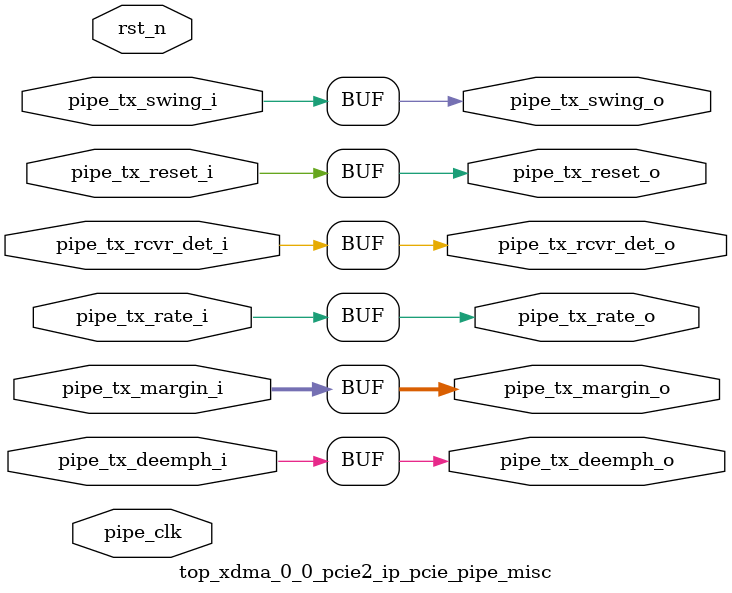
<source format=v>

`timescale 1ps/1ps

(* DowngradeIPIdentifiedWarnings = "yes" *)
module top_xdma_0_0_pcie2_ip_pcie_pipe_misc #
(
    parameter        PIPE_PIPELINE_STAGES = 0,    // 0 - 0 stages, 1 - 1 stage, 2 - 2 stages
    parameter TCQ  = 1 // synthesis warning solved: parameter declaration becomes local
)
(

    input   wire        pipe_tx_rcvr_det_i       ,     // PIPE Tx Receiver Detect
    input   wire        pipe_tx_reset_i          ,     // PIPE Tx Reset
    input   wire        pipe_tx_rate_i           ,     // PIPE Tx Rate
    input   wire        pipe_tx_deemph_i         ,     // PIPE Tx Deemphasis
    input   wire [2:0]  pipe_tx_margin_i         ,     // PIPE Tx Margin
    input   wire        pipe_tx_swing_i          ,     // PIPE Tx Swing

    output  wire        pipe_tx_rcvr_det_o       ,     // Pipelined PIPE Tx Receiver Detect
    output  wire        pipe_tx_reset_o          ,     // Pipelined PIPE Tx Reset
    output  wire        pipe_tx_rate_o           ,     // Pipelined PIPE Tx Rate
    output  wire        pipe_tx_deemph_o         ,     // Pipelined PIPE Tx Deemphasis
    output  wire [2:0]  pipe_tx_margin_o         ,     // Pipelined PIPE Tx Margin
    output  wire        pipe_tx_swing_o          ,     // Pipelined PIPE Tx Swing

    input   wire        pipe_clk                ,      // PIPE Clock
    input   wire        rst_n                          // Reset
);

//******************************************************************//
// Reality check.                                                   //
//******************************************************************//

//    parameter TCQ  = 1;      // clock to out delay model

    generate

    if (PIPE_PIPELINE_STAGES == 0) begin : pipe_stages_0

        assign pipe_tx_rcvr_det_o = pipe_tx_rcvr_det_i;
        assign pipe_tx_reset_o  = pipe_tx_reset_i;
        assign pipe_tx_rate_o = pipe_tx_rate_i;
        assign pipe_tx_deemph_o = pipe_tx_deemph_i;
        assign pipe_tx_margin_o = pipe_tx_margin_i;
        assign pipe_tx_swing_o = pipe_tx_swing_i;

    end // if (PIPE_PIPELINE_STAGES == 0)
    else if (PIPE_PIPELINE_STAGES == 1) begin : pipe_stages_1

    reg                pipe_tx_rcvr_det_q       ;
    reg                pipe_tx_reset_q          ;
    reg                pipe_tx_rate_q           ;
    reg                pipe_tx_deemph_q         ;
    reg [2:0]          pipe_tx_margin_q         ;
    reg                pipe_tx_swing_q          ;

        always @(posedge pipe_clk) begin

        if (rst_n)
        begin

            pipe_tx_rcvr_det_q <= #TCQ 0;
            pipe_tx_reset_q  <= #TCQ 1'b1;
            pipe_tx_rate_q <= #TCQ 0;
            pipe_tx_deemph_q <= #TCQ 1'b1;
            pipe_tx_margin_q <= #TCQ 0;
            pipe_tx_swing_q <= #TCQ 0;

        end
        else
        begin

            pipe_tx_rcvr_det_q <= #TCQ pipe_tx_rcvr_det_i;
            pipe_tx_reset_q  <= #TCQ pipe_tx_reset_i;
            pipe_tx_rate_q <= #TCQ pipe_tx_rate_i;
            pipe_tx_deemph_q <= #TCQ pipe_tx_deemph_i;
            pipe_tx_margin_q <= #TCQ pipe_tx_margin_i;
            pipe_tx_swing_q <= #TCQ pipe_tx_swing_i;

          end

        end

        assign pipe_tx_rcvr_det_o = pipe_tx_rcvr_det_q;
        assign pipe_tx_reset_o  = pipe_tx_reset_q;
        assign pipe_tx_rate_o = pipe_tx_rate_q;
        assign pipe_tx_deemph_o = pipe_tx_deemph_q;
        assign pipe_tx_margin_o = pipe_tx_margin_q;
        assign pipe_tx_swing_o = pipe_tx_swing_q;

    end // if (PIPE_PIPELINE_STAGES == 1)
    else if (PIPE_PIPELINE_STAGES == 2) begin : pipe_stages_2

    reg                pipe_tx_rcvr_det_q       ;
    reg                pipe_tx_reset_q          ;
    reg                pipe_tx_rate_q           ;
    reg                pipe_tx_deemph_q         ;
    reg [2:0]          pipe_tx_margin_q         ;
    reg                pipe_tx_swing_q          ;

    reg                pipe_tx_rcvr_det_qq      ;
    reg                pipe_tx_reset_qq         ;
    reg                pipe_tx_rate_qq          ;
    reg                pipe_tx_deemph_qq        ;
    reg [2:0]          pipe_tx_margin_qq        ;
    reg                pipe_tx_swing_qq         ;

        always @(posedge pipe_clk) begin

        if (rst_n)
        begin

            pipe_tx_rcvr_det_q <= #TCQ 0;
            pipe_tx_reset_q  <= #TCQ 1'b1;
            pipe_tx_rate_q <= #TCQ 0;
            pipe_tx_deemph_q <= #TCQ 1'b1;
            pipe_tx_margin_q <= #TCQ 0;
            pipe_tx_swing_q <= #TCQ 0;

            pipe_tx_rcvr_det_qq <= #TCQ 0;
            pipe_tx_reset_qq  <= #TCQ 1'b1;
            pipe_tx_rate_qq <= #TCQ 0;
            pipe_tx_deemph_qq <= #TCQ 1'b1;
            pipe_tx_margin_qq <= #TCQ 0;
            pipe_tx_swing_qq <= #TCQ 0;

        end
        else
        begin

            pipe_tx_rcvr_det_q <= #TCQ pipe_tx_rcvr_det_i;
            pipe_tx_reset_q  <= #TCQ pipe_tx_reset_i;
            pipe_tx_rate_q <= #TCQ pipe_tx_rate_i;
            pipe_tx_deemph_q <= #TCQ pipe_tx_deemph_i;
            pipe_tx_margin_q <= #TCQ pipe_tx_margin_i;
            pipe_tx_swing_q <= #TCQ pipe_tx_swing_i;

            pipe_tx_rcvr_det_qq <= #TCQ pipe_tx_rcvr_det_q;
            pipe_tx_reset_qq  <= #TCQ pipe_tx_reset_q;
            pipe_tx_rate_qq <= #TCQ pipe_tx_rate_q;
            pipe_tx_deemph_qq <= #TCQ pipe_tx_deemph_q;
            pipe_tx_margin_qq <= #TCQ pipe_tx_margin_q;
            pipe_tx_swing_qq <= #TCQ pipe_tx_swing_q;

          end

        end

        assign pipe_tx_rcvr_det_o = pipe_tx_rcvr_det_qq;
        assign pipe_tx_reset_o  = pipe_tx_reset_qq;
        assign pipe_tx_rate_o = pipe_tx_rate_qq;
        assign pipe_tx_deemph_o = pipe_tx_deemph_qq;
        assign pipe_tx_margin_o = pipe_tx_margin_qq;
        assign pipe_tx_swing_o = pipe_tx_swing_qq;

    end // if (PIPE_PIPELINE_STAGES == 2)

    endgenerate

endmodule


</source>
